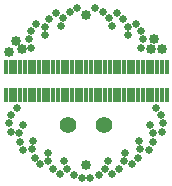
<source format=gts>
G75*
%MOIN*%
%OFA0B0*%
%FSLAX25Y25*%
%IPPOS*%
%LPD*%
%AMOC8*
5,1,8,0,0,1.08239X$1,22.5*
%
%ADD10C,0.05518*%
%ADD11C,0.03353*%
%ADD12R,0.01187X0.04888*%
%ADD13C,0.02500*%
D10*
X0048691Y0048100D03*
X0060502Y0048100D03*
D11*
X0054596Y0034911D03*
X0033258Y0073494D03*
X0031171Y0076250D03*
X0028967Y0072667D03*
X0054596Y0084911D03*
X0077037Y0077037D03*
X0076250Y0073494D03*
X0079793Y0073494D03*
D12*
X0079793Y0067470D03*
X0081368Y0067470D03*
X0078219Y0067470D03*
X0076644Y0067470D03*
X0075069Y0067470D03*
X0073494Y0067470D03*
X0071919Y0067470D03*
X0070344Y0067470D03*
X0068770Y0067470D03*
X0067195Y0067470D03*
X0065620Y0067470D03*
X0064045Y0067470D03*
X0062470Y0067470D03*
X0060896Y0067470D03*
X0059321Y0067470D03*
X0057746Y0067470D03*
X0056171Y0067470D03*
X0054596Y0067470D03*
X0053022Y0067470D03*
X0051447Y0067470D03*
X0049872Y0067470D03*
X0048297Y0067470D03*
X0046722Y0067470D03*
X0045148Y0067470D03*
X0043573Y0067470D03*
X0041998Y0067470D03*
X0040423Y0067470D03*
X0038848Y0067470D03*
X0037274Y0067470D03*
X0035699Y0067470D03*
X0034124Y0067470D03*
X0032549Y0067470D03*
X0030974Y0067470D03*
X0029400Y0067470D03*
X0027825Y0067470D03*
X0027825Y0058258D03*
X0029400Y0058258D03*
X0030974Y0058258D03*
X0032549Y0058258D03*
X0034124Y0058258D03*
X0035699Y0058258D03*
X0037274Y0058258D03*
X0038848Y0058258D03*
X0040423Y0058258D03*
X0041998Y0058258D03*
X0043573Y0058258D03*
X0045148Y0058258D03*
X0046722Y0058258D03*
X0048297Y0058258D03*
X0049872Y0058258D03*
X0051447Y0058258D03*
X0053022Y0058258D03*
X0054596Y0058258D03*
X0056171Y0058258D03*
X0057746Y0058258D03*
X0059321Y0058258D03*
X0060896Y0058258D03*
X0062470Y0058258D03*
X0064045Y0058258D03*
X0065620Y0058258D03*
X0067195Y0058258D03*
X0068770Y0058258D03*
X0070344Y0058258D03*
X0071919Y0058258D03*
X0073494Y0058258D03*
X0075069Y0058258D03*
X0076644Y0058258D03*
X0078219Y0058258D03*
X0079793Y0058258D03*
X0081368Y0058258D03*
D13*
X0033568Y0039913D03*
X0032384Y0042555D03*
X0032280Y0045477D03*
X0033492Y0048126D03*
X0029559Y0051711D03*
X0031415Y0053957D03*
X0028904Y0048862D03*
X0029363Y0046004D03*
X0036522Y0040159D03*
X0037006Y0043032D03*
X0037379Y0037364D03*
X0039205Y0035118D03*
X0041995Y0036121D03*
X0043546Y0033643D03*
X0045892Y0031946D03*
X0048327Y0033636D03*
X0050467Y0031644D03*
X0053172Y0030612D03*
X0056021Y0030612D03*
X0058726Y0031644D03*
X0060866Y0033636D03*
X0061882Y0036366D03*
X0063301Y0031946D03*
X0065647Y0033643D03*
X0067198Y0036121D03*
X0067473Y0039021D03*
X0069988Y0035118D03*
X0071814Y0037364D03*
X0072671Y0040159D03*
X0072187Y0043032D03*
X0075625Y0039913D03*
X0076809Y0042555D03*
X0076913Y0045477D03*
X0075701Y0048126D03*
X0079830Y0046004D03*
X0080289Y0048862D03*
X0079634Y0051711D03*
X0077778Y0053957D03*
X0072994Y0073880D03*
X0073629Y0076723D03*
X0072919Y0079559D03*
X0071213Y0081898D03*
X0068374Y0081043D03*
X0066955Y0083598D03*
X0064701Y0085416D03*
X0062181Y0083855D03*
X0063053Y0081076D03*
X0060148Y0085956D03*
X0057501Y0087129D03*
X0051692Y0087129D03*
X0049045Y0085956D03*
X0047012Y0083855D03*
X0046140Y0081076D03*
X0044492Y0085416D03*
X0042238Y0083598D03*
X0040819Y0081043D03*
X0040695Y0078132D03*
X0037980Y0081898D03*
X0036274Y0079559D03*
X0035564Y0076723D03*
X0036199Y0073880D03*
X0068497Y0078132D03*
X0041720Y0039021D03*
X0047311Y0036366D03*
M02*

</source>
